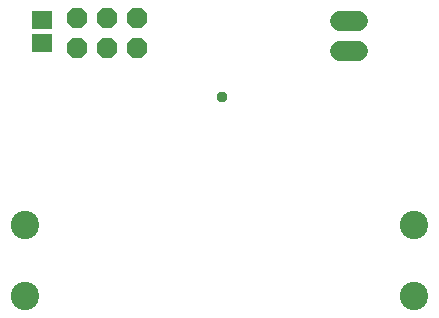
<source format=gts>
G75*
%MOIN*%
%OFA0B0*%
%FSLAX25Y25*%
%IPPOS*%
%LPD*%
%AMOC8*
5,1,8,0,0,1.08239X$1,22.5*
%
%ADD10C,0.09461*%
%ADD11OC8,0.06800*%
%ADD12C,0.06800*%
%ADD13R,0.07099X0.05918*%
%ADD14C,0.03778*%
D10*
X0011143Y0032796D03*
X0011143Y0056418D03*
X0141064Y0056418D03*
X0141064Y0032796D03*
D11*
X0048662Y0115552D03*
X0048662Y0125552D03*
X0038662Y0125552D03*
X0038662Y0115552D03*
X0028662Y0115552D03*
X0028662Y0125552D03*
D12*
X0116410Y0124410D02*
X0122410Y0124410D01*
X0122410Y0114410D02*
X0116410Y0114410D01*
D13*
X0016859Y0117048D03*
X0016859Y0124922D03*
D14*
X0076800Y0099048D03*
M02*

</source>
